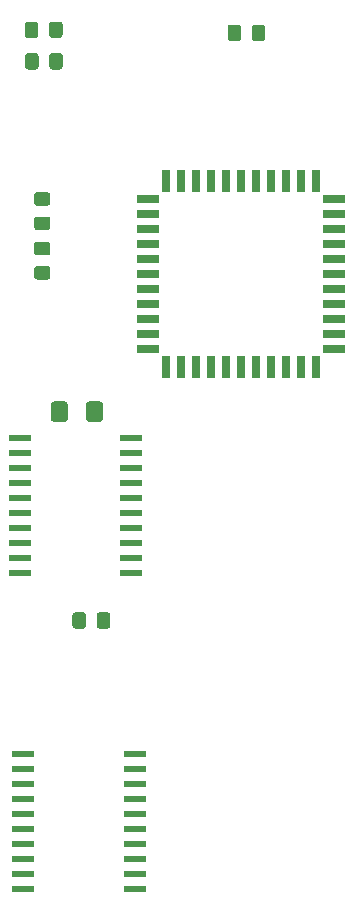
<source format=gbr>
%TF.GenerationSoftware,KiCad,Pcbnew,5.1.9+dfsg1-1+deb11u1*%
%TF.CreationDate,2024-10-31T16:52:42-07:00*%
%TF.ProjectId,8051,38303531-2e6b-4696-9361-645f70636258,rev?*%
%TF.SameCoordinates,Original*%
%TF.FileFunction,Paste,Top*%
%TF.FilePolarity,Positive*%
%FSLAX46Y46*%
G04 Gerber Fmt 4.6, Leading zero omitted, Abs format (unit mm)*
G04 Created by KiCad (PCBNEW 5.1.9+dfsg1-1+deb11u1) date 2024-10-31 16:52:42*
%MOMM*%
%LPD*%
G01*
G04 APERTURE LIST*
%ADD10R,1.950000X0.600000*%
%ADD11R,0.700000X1.925000*%
%ADD12R,1.925000X0.700000*%
G04 APERTURE END LIST*
%TO.C,D4*%
G36*
G01*
X98873000Y-65462999D02*
X98873000Y-66363001D01*
G75*
G02*
X98623001Y-66613000I-249999J0D01*
G01*
X97972999Y-66613000D01*
G75*
G02*
X97723000Y-66363001I0J249999D01*
G01*
X97723000Y-65462999D01*
G75*
G02*
X97972999Y-65213000I249999J0D01*
G01*
X98623001Y-65213000D01*
G75*
G02*
X98873000Y-65462999I0J-249999D01*
G01*
G37*
G36*
G01*
X100923000Y-65462999D02*
X100923000Y-66363001D01*
G75*
G02*
X100673001Y-66613000I-249999J0D01*
G01*
X100022999Y-66613000D01*
G75*
G02*
X99773000Y-66363001I0J249999D01*
G01*
X99773000Y-65462999D01*
G75*
G02*
X100022999Y-65213000I249999J0D01*
G01*
X100673001Y-65213000D01*
G75*
G02*
X100923000Y-65462999I0J-249999D01*
G01*
G37*
%TD*%
%TO.C,D3*%
G36*
G01*
X98855000Y-62795999D02*
X98855000Y-63696001D01*
G75*
G02*
X98605001Y-63946000I-249999J0D01*
G01*
X97954999Y-63946000D01*
G75*
G02*
X97705000Y-63696001I0J249999D01*
G01*
X97705000Y-62795999D01*
G75*
G02*
X97954999Y-62546000I249999J0D01*
G01*
X98605001Y-62546000D01*
G75*
G02*
X98855000Y-62795999I0J-249999D01*
G01*
G37*
G36*
G01*
X100905000Y-62795999D02*
X100905000Y-63696001D01*
G75*
G02*
X100655001Y-63946000I-249999J0D01*
G01*
X100004999Y-63946000D01*
G75*
G02*
X99755000Y-63696001I0J249999D01*
G01*
X99755000Y-62795999D01*
G75*
G02*
X100004999Y-62546000I249999J0D01*
G01*
X100655001Y-62546000D01*
G75*
G02*
X100905000Y-62795999I0J-249999D01*
G01*
G37*
%TD*%
%TO.C,R5*%
G36*
G01*
X102893600Y-112808599D02*
X102893600Y-113708601D01*
G75*
G02*
X102643601Y-113958600I-249999J0D01*
G01*
X101993599Y-113958600D01*
G75*
G02*
X101743600Y-113708601I0J249999D01*
G01*
X101743600Y-112808599D01*
G75*
G02*
X101993599Y-112558600I249999J0D01*
G01*
X102643601Y-112558600D01*
G75*
G02*
X102893600Y-112808599I0J-249999D01*
G01*
G37*
G36*
G01*
X104943600Y-112808599D02*
X104943600Y-113708601D01*
G75*
G02*
X104693601Y-113958600I-249999J0D01*
G01*
X104043599Y-113958600D01*
G75*
G02*
X103793600Y-113708601I0J249999D01*
G01*
X103793600Y-112808599D01*
G75*
G02*
X104043599Y-112558600I249999J0D01*
G01*
X104693601Y-112558600D01*
G75*
G02*
X104943600Y-112808599I0J-249999D01*
G01*
G37*
%TD*%
%TO.C,D1*%
G36*
G01*
X116925000Y-63950001D02*
X116925000Y-63049999D01*
G75*
G02*
X117174999Y-62800000I249999J0D01*
G01*
X117825001Y-62800000D01*
G75*
G02*
X118075000Y-63049999I0J-249999D01*
G01*
X118075000Y-63950001D01*
G75*
G02*
X117825001Y-64200000I-249999J0D01*
G01*
X117174999Y-64200000D01*
G75*
G02*
X116925000Y-63950001I0J249999D01*
G01*
G37*
G36*
G01*
X114875000Y-63950001D02*
X114875000Y-63049999D01*
G75*
G02*
X115124999Y-62800000I249999J0D01*
G01*
X115775001Y-62800000D01*
G75*
G02*
X116025000Y-63049999I0J-249999D01*
G01*
X116025000Y-63950001D01*
G75*
G02*
X115775001Y-64200000I-249999J0D01*
G01*
X115124999Y-64200000D01*
G75*
G02*
X114875000Y-63950001I0J249999D01*
G01*
G37*
%TD*%
%TO.C,C4*%
G36*
G01*
X101347300Y-94955200D02*
X101347300Y-96205200D01*
G75*
G02*
X101097300Y-96455200I-250000J0D01*
G01*
X100172300Y-96455200D01*
G75*
G02*
X99922300Y-96205200I0J250000D01*
G01*
X99922300Y-94955200D01*
G75*
G02*
X100172300Y-94705200I250000J0D01*
G01*
X101097300Y-94705200D01*
G75*
G02*
X101347300Y-94955200I0J-250000D01*
G01*
G37*
G36*
G01*
X104322300Y-94955200D02*
X104322300Y-96205200D01*
G75*
G02*
X104072300Y-96455200I-250000J0D01*
G01*
X103147300Y-96455200D01*
G75*
G02*
X102897300Y-96205200I0J250000D01*
G01*
X102897300Y-94955200D01*
G75*
G02*
X103147300Y-94705200I250000J0D01*
G01*
X104072300Y-94705200D01*
G75*
G02*
X104322300Y-94955200I0J-250000D01*
G01*
G37*
%TD*%
D10*
%TO.C,U3*%
X106700000Y-97785000D03*
X106700000Y-99055000D03*
X106700000Y-100325000D03*
X106700000Y-101595000D03*
X106700000Y-102865000D03*
X106700000Y-104135000D03*
X106700000Y-105405000D03*
X106700000Y-106675000D03*
X106700000Y-107945000D03*
X106700000Y-109215000D03*
X97300000Y-109215000D03*
X97300000Y-107945000D03*
X97300000Y-106675000D03*
X97300000Y-105405000D03*
X97300000Y-104135000D03*
X97300000Y-102865000D03*
X97300000Y-101595000D03*
X97300000Y-100325000D03*
X97300000Y-99055000D03*
X97300000Y-97785000D03*
%TD*%
%TO.C,U2*%
X97600000Y-135965000D03*
X97600000Y-134695000D03*
X97600000Y-133425000D03*
X97600000Y-132155000D03*
X97600000Y-130885000D03*
X97600000Y-129615000D03*
X97600000Y-128345000D03*
X97600000Y-127075000D03*
X97600000Y-125805000D03*
X97600000Y-124535000D03*
X107000000Y-124535000D03*
X107000000Y-125805000D03*
X107000000Y-127075000D03*
X107000000Y-128345000D03*
X107000000Y-129615000D03*
X107000000Y-130885000D03*
X107000000Y-132155000D03*
X107000000Y-133425000D03*
X107000000Y-134695000D03*
X107000000Y-135965000D03*
%TD*%
D11*
%TO.C,U1*%
X122350000Y-91802500D03*
X121080000Y-91802500D03*
X119810000Y-91802500D03*
X118540000Y-91802500D03*
X117270000Y-91802500D03*
X116000000Y-91802500D03*
X114730000Y-91802500D03*
X113460000Y-91802500D03*
X112190000Y-91802500D03*
X110920000Y-91802500D03*
X109650000Y-91802500D03*
D12*
X108137500Y-90290000D03*
X108137500Y-89020000D03*
X108137500Y-87750000D03*
X108137500Y-86480000D03*
X108137500Y-85210000D03*
X108137500Y-83940000D03*
X108137500Y-82670000D03*
X108137500Y-81400000D03*
X108137500Y-80130000D03*
X108137500Y-78860000D03*
X108137500Y-77590000D03*
D11*
X109650000Y-76077500D03*
X110920000Y-76077500D03*
X112190000Y-76077500D03*
X113460000Y-76077500D03*
X114730000Y-76077500D03*
X116000000Y-76077500D03*
X117270000Y-76077500D03*
X118540000Y-76077500D03*
X119810000Y-76077500D03*
X121080000Y-76077500D03*
X122350000Y-76077500D03*
D12*
X123862500Y-90290000D03*
X123862500Y-89020000D03*
X123862500Y-87750000D03*
X123862500Y-86480000D03*
X123862500Y-85210000D03*
X123862500Y-77590000D03*
X123862500Y-78860000D03*
X123862500Y-80130000D03*
X123862500Y-81400000D03*
X123862500Y-82670000D03*
X123862500Y-83940000D03*
%TD*%
%TO.C,C2*%
G36*
G01*
X99637001Y-82345000D02*
X98736999Y-82345000D01*
G75*
G02*
X98487000Y-82095001I0J249999D01*
G01*
X98487000Y-81444999D01*
G75*
G02*
X98736999Y-81195000I249999J0D01*
G01*
X99637001Y-81195000D01*
G75*
G02*
X99887000Y-81444999I0J-249999D01*
G01*
X99887000Y-82095001D01*
G75*
G02*
X99637001Y-82345000I-249999J0D01*
G01*
G37*
G36*
G01*
X99637001Y-84395000D02*
X98736999Y-84395000D01*
G75*
G02*
X98487000Y-84145001I0J249999D01*
G01*
X98487000Y-83494999D01*
G75*
G02*
X98736999Y-83245000I249999J0D01*
G01*
X99637001Y-83245000D01*
G75*
G02*
X99887000Y-83494999I0J-249999D01*
G01*
X99887000Y-84145001D01*
G75*
G02*
X99637001Y-84395000I-249999J0D01*
G01*
G37*
%TD*%
%TO.C,C1*%
G36*
G01*
X98736999Y-79054000D02*
X99637001Y-79054000D01*
G75*
G02*
X99887000Y-79303999I0J-249999D01*
G01*
X99887000Y-79954001D01*
G75*
G02*
X99637001Y-80204000I-249999J0D01*
G01*
X98736999Y-80204000D01*
G75*
G02*
X98487000Y-79954001I0J249999D01*
G01*
X98487000Y-79303999D01*
G75*
G02*
X98736999Y-79054000I249999J0D01*
G01*
G37*
G36*
G01*
X98736999Y-77004000D02*
X99637001Y-77004000D01*
G75*
G02*
X99887000Y-77253999I0J-249999D01*
G01*
X99887000Y-77904001D01*
G75*
G02*
X99637001Y-78154000I-249999J0D01*
G01*
X98736999Y-78154000D01*
G75*
G02*
X98487000Y-77904001I0J249999D01*
G01*
X98487000Y-77253999D01*
G75*
G02*
X98736999Y-77004000I249999J0D01*
G01*
G37*
%TD*%
M02*

</source>
